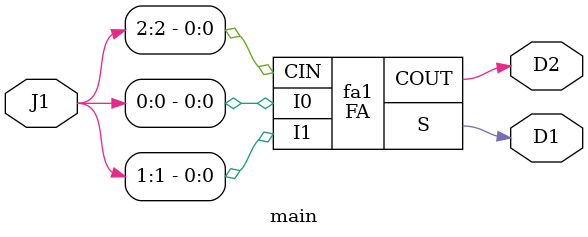
<source format=v>
module FA ( input I0, input I1, input CIN, output S, output COUT); 

wire and1_O;
wire and2_O;
wire and3_O;

and and1 (and1_O, I0, I1);
and and2 (and2_O, I1, CIN);
and and3 (and3_O, CIN, I0);

or or1 (COUT, and1_O, and2_O, and3_O);
xor(S, I0, I1, CIN);

endmodule

module main ( input [2:0] J1, output D1, D2 );

FA fa1 (J1[0], J1[1], J1[2], D1, D2);

endmodule

</source>
